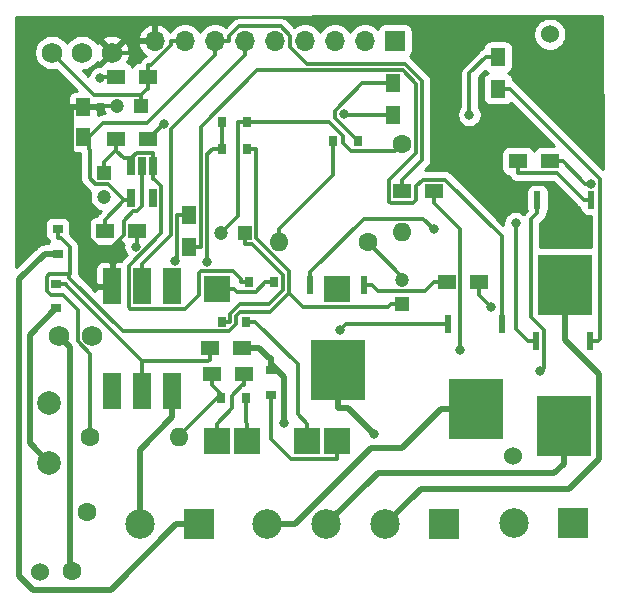
<source format=gbl>
G04 #@! TF.GenerationSoftware,KiCad,Pcbnew,5.1.6-c6e7f7d~87~ubuntu18.04.1*
G04 #@! TF.CreationDate,2020-10-13T20:33:34+05:30*
G04 #@! TF.ProjectId,BackEnd_4S_v1,4261636b-456e-4645-9f34-535f76312e6b,rev?*
G04 #@! TF.SameCoordinates,Original*
G04 #@! TF.FileFunction,Copper,L2,Bot*
G04 #@! TF.FilePolarity,Positive*
%FSLAX46Y46*%
G04 Gerber Fmt 4.6, Leading zero omitted, Abs format (unit mm)*
G04 Created by KiCad (PCBNEW 5.1.6-c6e7f7d~87~ubuntu18.04.1) date 2020-10-13 20:33:34*
%MOMM*%
%LPD*%
G01*
G04 APERTURE LIST*
G04 #@! TA.AperFunction,ComponentPad*
%ADD10R,1.200000X1.200000*%
G04 #@! TD*
G04 #@! TA.AperFunction,ComponentPad*
%ADD11C,1.200000*%
G04 #@! TD*
G04 #@! TA.AperFunction,ComponentPad*
%ADD12C,1.750000*%
G04 #@! TD*
G04 #@! TA.AperFunction,SMDPad,CuDef*
%ADD13R,1.250000X1.500000*%
G04 #@! TD*
G04 #@! TA.AperFunction,ComponentPad*
%ADD14C,1.524000*%
G04 #@! TD*
G04 #@! TA.AperFunction,SMDPad,CuDef*
%ADD15R,1.500000X1.300000*%
G04 #@! TD*
G04 #@! TA.AperFunction,ComponentPad*
%ADD16C,2.000000*%
G04 #@! TD*
G04 #@! TA.AperFunction,SMDPad,CuDef*
%ADD17R,1.600000X3.100000*%
G04 #@! TD*
G04 #@! TA.AperFunction,SMDPad,CuDef*
%ADD18R,0.650000X1.560000*%
G04 #@! TD*
G04 #@! TA.AperFunction,ComponentPad*
%ADD19R,1.700000X1.700000*%
G04 #@! TD*
G04 #@! TA.AperFunction,ComponentPad*
%ADD20O,1.700000X1.700000*%
G04 #@! TD*
G04 #@! TA.AperFunction,ComponentPad*
%ADD21C,1.600000*%
G04 #@! TD*
G04 #@! TA.AperFunction,ComponentPad*
%ADD22O,1.600000X1.600000*%
G04 #@! TD*
G04 #@! TA.AperFunction,SMDPad,CuDef*
%ADD23R,0.900000X0.800000*%
G04 #@! TD*
G04 #@! TA.AperFunction,SMDPad,CuDef*
%ADD24R,0.800000X0.900000*%
G04 #@! TD*
G04 #@! TA.AperFunction,ComponentPad*
%ADD25C,2.500000*%
G04 #@! TD*
G04 #@! TA.AperFunction,ComponentPad*
%ADD26R,2.500000X2.500000*%
G04 #@! TD*
G04 #@! TA.AperFunction,SMDPad,CuDef*
%ADD27R,0.600000X1.500000*%
G04 #@! TD*
G04 #@! TA.AperFunction,SMDPad,CuDef*
%ADD28R,4.600000X5.100000*%
G04 #@! TD*
G04 #@! TA.AperFunction,SMDPad,CuDef*
%ADD29R,1.300000X1.500000*%
G04 #@! TD*
G04 #@! TA.AperFunction,ComponentPad*
%ADD30R,2.286000X2.286000*%
G04 #@! TD*
G04 #@! TA.AperFunction,ViaPad*
%ADD31C,0.800000*%
G04 #@! TD*
G04 #@! TA.AperFunction,Conductor*
%ADD32C,0.300000*%
G04 #@! TD*
G04 #@! TA.AperFunction,Conductor*
%ADD33C,0.500000*%
G04 #@! TD*
G04 #@! TA.AperFunction,Conductor*
%ADD34C,0.254000*%
G04 #@! TD*
G04 APERTURE END LIST*
D10*
X174160000Y-55339000D03*
D11*
X174160000Y-57339000D03*
D12*
X170308000Y-69140700D03*
X173168000Y-69140700D03*
X172278000Y-45140700D03*
X169738000Y-45140700D03*
X174818000Y-45140700D03*
D13*
X172375000Y-49752900D03*
X172375000Y-52252900D03*
D14*
X208788000Y-79306400D03*
X168694000Y-89159100D03*
X211894000Y-43596600D03*
D15*
X203184000Y-64594700D03*
X205884000Y-64594700D03*
D10*
X177264000Y-49662100D03*
D11*
X175264000Y-49662100D03*
D10*
X199400000Y-66400700D03*
D11*
X199400000Y-64400700D03*
D10*
X186063000Y-60383400D03*
D11*
X184063000Y-60383400D03*
D16*
X169515000Y-79883000D03*
X169525000Y-74803000D03*
D17*
X179936000Y-73840400D03*
X174856000Y-64950400D03*
X177396000Y-73840400D03*
X177396000Y-64950400D03*
X174856000Y-73840400D03*
X179936000Y-64950400D03*
D18*
X176433000Y-54761100D03*
X177383000Y-54761100D03*
X178333000Y-54761100D03*
X178333000Y-57461100D03*
X176433000Y-57461100D03*
D19*
X198780000Y-44145200D03*
D20*
X196240000Y-44145200D03*
X193700000Y-44145200D03*
X191160000Y-44145200D03*
X188620000Y-44145200D03*
X186080000Y-44145200D03*
X183540000Y-44145200D03*
X181000000Y-44145200D03*
X178460000Y-44145200D03*
D21*
X199410000Y-52857400D03*
D22*
X199410000Y-60357400D03*
X180479000Y-77683400D03*
D21*
X172979000Y-77683400D03*
D22*
X188997000Y-61206400D03*
D21*
X196497000Y-61206400D03*
D23*
X170086000Y-64697900D03*
X170086000Y-66797900D03*
D24*
X188555000Y-64582000D03*
X186455000Y-64582000D03*
X186125000Y-74429600D03*
X184025000Y-74429600D03*
X184126000Y-51000700D03*
X186226000Y-51000700D03*
X186241000Y-53268900D03*
X184141000Y-53268900D03*
X186202000Y-67950100D03*
X184102000Y-67950100D03*
X195609000Y-52666900D03*
X193509000Y-52666900D03*
D23*
X170216000Y-62185300D03*
X170216000Y-60085300D03*
X188288000Y-72061400D03*
X188288000Y-74161400D03*
D25*
X177179000Y-85095100D03*
D26*
X182179000Y-85095100D03*
X213886000Y-85013800D03*
D25*
X208886000Y-85013800D03*
X197964000Y-85095100D03*
D26*
X202964000Y-85095100D03*
D25*
X192964000Y-85095100D03*
X187964000Y-85095100D03*
D27*
X196174000Y-64854100D03*
X191604000Y-64854100D03*
D28*
X193954000Y-72014100D03*
X213191000Y-64793400D03*
D27*
X210841000Y-57633400D03*
X215411000Y-57633400D03*
D28*
X213063000Y-76743600D03*
D27*
X210713000Y-69583600D03*
X215283000Y-69583600D03*
X207820000Y-68140800D03*
X203250000Y-68140800D03*
D28*
X205600000Y-75300800D03*
D15*
X185829000Y-70149700D03*
X183129000Y-70149700D03*
X175190000Y-47198300D03*
X177890000Y-47198300D03*
X177888000Y-52468800D03*
X175188000Y-52468800D03*
D29*
X198646000Y-47753300D03*
X198646000Y-50453300D03*
D15*
X183270000Y-72321400D03*
X185970000Y-72321400D03*
X199409000Y-56896000D03*
X202109000Y-56896000D03*
X209184000Y-54335700D03*
X211884000Y-54335700D03*
D29*
X207485000Y-48202800D03*
X207485000Y-45502800D03*
D15*
X174238000Y-60279300D03*
X176938000Y-60279300D03*
D29*
X181326000Y-61628000D03*
X181326000Y-58928000D03*
D30*
X193858000Y-65131700D03*
X183678000Y-65131700D03*
X193838000Y-78051700D03*
X191298000Y-78051700D03*
X186218000Y-78051700D03*
X183678000Y-78051700D03*
D21*
X171412000Y-89051100D03*
X172712000Y-84051100D03*
D31*
X173834600Y-47283700D03*
X182885200Y-62855200D03*
X189357600Y-76534800D03*
X196992700Y-77413900D03*
X202053300Y-60093500D03*
X211086100Y-72092100D03*
X208994900Y-59591100D03*
X194089700Y-68645900D03*
X179204600Y-51152200D03*
X194423500Y-50387500D03*
X206884300Y-66669900D03*
X204293100Y-70286900D03*
X215409400Y-56245700D03*
X205070300Y-50419400D03*
X176825900Y-61565400D03*
X180186700Y-62767500D03*
D32*
X183270000Y-72321400D02*
X183270000Y-73321700D01*
X183270000Y-73321700D02*
X183317300Y-73321700D01*
X183317300Y-73321700D02*
X184025000Y-74029400D01*
X184025000Y-74029400D02*
X180479000Y-77575400D01*
X180479000Y-77575400D02*
X180479000Y-77683400D01*
X184025000Y-74429600D02*
X184025000Y-74029400D01*
X178460000Y-44145200D02*
X177259700Y-44145200D01*
X174818000Y-45140700D02*
X176264200Y-45140700D01*
X176264200Y-45140700D02*
X177259700Y-44145200D01*
X172375000Y-49752900D02*
X171399700Y-49752900D01*
X174835000Y-61611800D02*
X173635500Y-61611800D01*
X173635500Y-61611800D02*
X171399700Y-59376000D01*
X171399700Y-59376000D02*
X171399700Y-49752900D01*
X174835000Y-61611800D02*
X174835000Y-63029100D01*
X174835000Y-63029100D02*
X174856000Y-63050100D01*
X177383000Y-54761100D02*
X177383000Y-58115500D01*
X177383000Y-58115500D02*
X176907000Y-58591500D01*
X176907000Y-58591500D02*
X176639500Y-58591500D01*
X176639500Y-58591500D02*
X175837600Y-59393400D01*
X175837600Y-59393400D02*
X175837600Y-60609200D01*
X175837600Y-60609200D02*
X174835000Y-61611800D01*
X175264000Y-49662100D02*
X173441100Y-49662100D01*
X173441100Y-49662100D02*
X173350300Y-49752900D01*
X172375000Y-49752900D02*
X173350300Y-49752900D01*
X174856000Y-64950400D02*
X174856000Y-63050100D01*
X174089700Y-47198300D02*
X174004300Y-47283700D01*
X174004300Y-47283700D02*
X173834600Y-47283700D01*
X175190000Y-47198300D02*
X174089700Y-47198300D01*
X170086000Y-64697900D02*
X170886300Y-64697900D01*
X183129000Y-70149700D02*
X183129000Y-71150000D01*
X177396000Y-71293700D02*
X182985300Y-71293700D01*
X182985300Y-71293700D02*
X183129000Y-71150000D01*
X170886300Y-64697900D02*
X170886300Y-64784000D01*
X170886300Y-64784000D02*
X177396000Y-71293700D01*
X177396000Y-71293700D02*
X177396000Y-71940100D01*
X177396000Y-73840400D02*
X177396000Y-71940100D01*
D33*
X169515000Y-79883000D02*
X167865100Y-78233100D01*
X167865100Y-78233100D02*
X167865100Y-69018800D01*
X167865100Y-69018800D02*
X170086000Y-66797900D01*
X179936000Y-73840400D02*
X179936000Y-76040700D01*
X177179000Y-85095100D02*
X177179000Y-78797700D01*
X177179000Y-78797700D02*
X179936000Y-76040700D01*
D32*
X188555000Y-64582000D02*
X187804700Y-64582000D01*
X183678000Y-65131700D02*
X185171300Y-65131700D01*
X185171300Y-65131700D02*
X185422000Y-65382400D01*
X185422000Y-65382400D02*
X187004300Y-65382400D01*
X187004300Y-65382400D02*
X187804700Y-64582000D01*
X178333000Y-54761100D02*
X178333000Y-55891400D01*
X186455000Y-64582000D02*
X185704700Y-64582000D01*
X185704700Y-64582000D02*
X185704700Y-64300600D01*
X185704700Y-64300600D02*
X185042400Y-63638300D01*
X185042400Y-63638300D02*
X182390000Y-63638300D01*
X182390000Y-63638300D02*
X182184600Y-63843700D01*
X182184600Y-63843700D02*
X182184600Y-65629200D01*
X182184600Y-65629200D02*
X180963000Y-66850800D01*
X180963000Y-66850800D02*
X176364400Y-66850800D01*
X176364400Y-66850800D02*
X176234300Y-66720700D01*
X176234300Y-66720700D02*
X176234300Y-63218400D01*
X176234300Y-63218400D02*
X179008300Y-60444400D01*
X179008300Y-60444400D02*
X179008300Y-56482200D01*
X179008300Y-56482200D02*
X178417500Y-55891400D01*
X178417500Y-55891400D02*
X178333000Y-55891400D01*
X177264000Y-48711800D02*
X173309100Y-48711800D01*
X173309100Y-48711800D02*
X169738000Y-45140700D01*
X177264000Y-48836900D02*
X177264000Y-48711800D01*
X177264000Y-49662100D02*
X177264000Y-48836900D01*
X176433000Y-54110700D02*
X176912900Y-53630800D01*
X176912900Y-53630800D02*
X178333000Y-53630800D01*
X176433000Y-54195900D02*
X176433000Y-54110700D01*
X176433000Y-54110700D02*
X175829600Y-54110700D01*
X175829600Y-54110700D02*
X175188000Y-53469100D01*
X175188000Y-52468800D02*
X175188000Y-53469100D01*
X174160000Y-55339000D02*
X174160000Y-54388700D01*
X174160000Y-54388700D02*
X175079600Y-53469100D01*
X175079600Y-53469100D02*
X175188000Y-53469100D01*
X177890000Y-47198300D02*
X177890000Y-48198600D01*
X177890000Y-48198600D02*
X177777200Y-48198600D01*
X177777200Y-48198600D02*
X177264000Y-48711800D01*
X177890000Y-46698100D02*
X177890000Y-47198300D01*
X177890000Y-46698100D02*
X177890000Y-46198000D01*
X178333000Y-54761100D02*
X178333000Y-53630800D01*
X176433000Y-54761100D02*
X176433000Y-54195900D01*
X181000000Y-44145200D02*
X179799700Y-44145200D01*
X179799700Y-44145200D02*
X179799700Y-44538400D01*
X179799700Y-44538400D02*
X178140100Y-46198000D01*
X178140100Y-46198000D02*
X177890000Y-46198000D01*
X186218000Y-78051700D02*
X186218000Y-76558400D01*
X186218000Y-76558400D02*
X186125000Y-76465400D01*
X186125000Y-76465400D02*
X186125000Y-74429600D01*
X183390700Y-53268900D02*
X182885200Y-53774400D01*
X182885200Y-53774400D02*
X182885200Y-62855200D01*
X184141000Y-53268900D02*
X183390700Y-53268900D01*
X184141000Y-52868700D02*
X184141000Y-53268900D01*
X184141000Y-52868700D02*
X184141000Y-52468600D01*
X184141000Y-52468600D02*
X184126000Y-52453600D01*
X184126000Y-52453600D02*
X184126000Y-51000700D01*
X186952300Y-67950100D02*
X190527600Y-71525400D01*
X190527600Y-71525400D02*
X190527600Y-75788000D01*
X190527600Y-75788000D02*
X191298000Y-76558400D01*
X186202000Y-67950100D02*
X186952300Y-67950100D01*
X191298000Y-78051700D02*
X191298000Y-76558400D01*
X198646000Y-47753300D02*
X195995200Y-47753300D01*
X195995200Y-47753300D02*
X193659600Y-50088900D01*
X193659600Y-50088900D02*
X193659600Y-50717500D01*
X193659600Y-50717500D02*
X195609000Y-52666900D01*
D33*
X170216000Y-62185300D02*
X169115700Y-62185300D01*
X182179000Y-85095100D02*
X180278700Y-85095100D01*
X180278700Y-85095100D02*
X174760600Y-90613200D01*
X174760600Y-90613200D02*
X168108500Y-90613200D01*
X168108500Y-90613200D02*
X166959300Y-89464000D01*
X166959300Y-89464000D02*
X166959300Y-64341700D01*
X166959300Y-64341700D02*
X169115700Y-62185300D01*
X188288000Y-71536200D02*
X189407600Y-72655800D01*
X189407600Y-72655800D02*
X189407600Y-76484800D01*
X189407600Y-76484800D02*
X189357600Y-76534800D01*
X188288000Y-71536200D02*
X188288000Y-71011100D01*
X188288000Y-72061400D02*
X188288000Y-71536200D01*
X185829000Y-70149700D02*
X187229300Y-70149700D01*
X187229300Y-70149700D02*
X188090700Y-71011100D01*
X188090700Y-71011100D02*
X188288000Y-71011100D01*
X213191000Y-64793400D02*
X213191000Y-69501400D01*
X213191000Y-69501400D02*
X216013400Y-72323800D01*
X216013400Y-72323800D02*
X216013400Y-79582400D01*
X216013400Y-79582400D02*
X213538400Y-82057400D01*
X213538400Y-82057400D02*
X201001700Y-82057400D01*
X201001700Y-82057400D02*
X197964000Y-85095100D01*
X193954000Y-72014100D02*
X193954000Y-75214400D01*
X193954000Y-75214400D02*
X194793200Y-75214400D01*
X194793200Y-75214400D02*
X196992700Y-77413900D01*
X213063000Y-79943900D02*
X212269000Y-80737900D01*
X212269000Y-80737900D02*
X197321200Y-80737900D01*
X197321200Y-80737900D02*
X192964000Y-85095100D01*
X213063000Y-76743600D02*
X213063000Y-79943900D01*
X205600000Y-75300800D02*
X202649700Y-75300800D01*
X187964000Y-85095100D02*
X190276500Y-85095100D01*
X190276500Y-85095100D02*
X196788100Y-78583500D01*
X196788100Y-78583500D02*
X199367000Y-78583500D01*
X199367000Y-78583500D02*
X202649700Y-75300800D01*
D32*
X203184000Y-64594700D02*
X202083700Y-64594700D01*
X196174000Y-64854100D02*
X196824300Y-64854100D01*
X196824300Y-64854100D02*
X197332000Y-65361800D01*
X197332000Y-65361800D02*
X201316600Y-65361800D01*
X201316600Y-65361800D02*
X202083700Y-64594700D01*
X191604000Y-64854100D02*
X191604000Y-63753800D01*
X191604000Y-63753800D02*
X196150800Y-59207000D01*
X196150800Y-59207000D02*
X201166800Y-59207000D01*
X201166800Y-59207000D02*
X202053300Y-60093500D01*
X210841000Y-57633400D02*
X210841000Y-58733700D01*
X210841000Y-58733700D02*
X210312900Y-59261800D01*
X210312900Y-59261800D02*
X210312900Y-67543500D01*
X210312900Y-67543500D02*
X211363400Y-68594000D01*
X211363400Y-68594000D02*
X211363400Y-71814800D01*
X211363400Y-71814800D02*
X211086100Y-72092100D01*
X215411000Y-57633400D02*
X214760700Y-57633400D01*
X209184000Y-54335700D02*
X209184000Y-55336000D01*
X214760700Y-57633400D02*
X212463300Y-55336000D01*
X212463300Y-55336000D02*
X209184000Y-55336000D01*
X210713000Y-69583600D02*
X210062700Y-69583600D01*
X210062700Y-69583600D02*
X208994900Y-68515800D01*
X208994900Y-68515800D02*
X208994900Y-59591100D01*
X215933300Y-69583600D02*
X216160600Y-69356300D01*
X216160600Y-69356300D02*
X216160600Y-55878100D01*
X216160600Y-55878100D02*
X208485300Y-48202800D01*
X207485000Y-48202800D02*
X208485300Y-48202800D01*
X215283000Y-69583600D02*
X215933300Y-69583600D01*
X181326000Y-61628000D02*
X182326300Y-61628000D01*
X207820000Y-68140800D02*
X207820000Y-60685300D01*
X207820000Y-60685300D02*
X203030300Y-55895600D01*
X203030300Y-55895600D02*
X201155000Y-55895600D01*
X201155000Y-55895600D02*
X200576300Y-56474300D01*
X200576300Y-56474300D02*
X200576300Y-57629800D01*
X200576300Y-57629800D02*
X200309700Y-57896400D01*
X200309700Y-57896400D02*
X198433600Y-57896400D01*
X198433600Y-57896400D02*
X198308600Y-57771400D01*
X198308600Y-57771400D02*
X198308600Y-55953500D01*
X198308600Y-55953500D02*
X200576500Y-53685600D01*
X200576500Y-53685600D02*
X200576500Y-47788100D01*
X200576500Y-47788100D02*
X199441300Y-46652900D01*
X199441300Y-46652900D02*
X187127900Y-46652900D01*
X187127900Y-46652900D02*
X182326300Y-51454500D01*
X182326300Y-51454500D02*
X182326300Y-61628000D01*
X203250000Y-68140800D02*
X194594800Y-68140800D01*
X194594800Y-68140800D02*
X194089700Y-68645900D01*
X199409000Y-55895700D02*
X201076800Y-54227900D01*
X201076800Y-54227900D02*
X201076800Y-47580900D01*
X201076800Y-47580900D02*
X199598700Y-46102800D01*
X199598700Y-46102800D02*
X191335400Y-46102800D01*
X191335400Y-46102800D02*
X189890000Y-44657400D01*
X189890000Y-44657400D02*
X189890000Y-43705800D01*
X189890000Y-43705800D02*
X189100600Y-42916400D01*
X189100600Y-42916400D02*
X185596000Y-42916400D01*
X185596000Y-42916400D02*
X184740300Y-43772100D01*
X184740300Y-43772100D02*
X184740300Y-44145200D01*
X183540000Y-44145200D02*
X184740300Y-44145200D01*
X199409000Y-56896000D02*
X199409000Y-55895700D01*
X172862700Y-52252900D02*
X174034400Y-51081200D01*
X174034400Y-51081200D02*
X177804300Y-51081200D01*
X177804300Y-51081200D02*
X183540000Y-45345500D01*
X172862700Y-52252900D02*
X172862700Y-53321900D01*
X172862700Y-53321900D02*
X172924700Y-53383900D01*
X172924700Y-53383900D02*
X172924700Y-55799100D01*
X172924700Y-55799100D02*
X173415000Y-56289400D01*
X173415000Y-56289400D02*
X174470500Y-56289400D01*
X174470500Y-56289400D02*
X175849100Y-57667900D01*
X183540000Y-44145200D02*
X183540000Y-45345500D01*
X175849100Y-57667900D02*
X175924400Y-57592600D01*
X175924400Y-57592600D02*
X176301500Y-57592600D01*
X176301500Y-57592600D02*
X176433000Y-57461100D01*
X174238000Y-59279000D02*
X175849100Y-57667900D01*
X172375000Y-52252900D02*
X172862700Y-52252900D01*
X174238000Y-60279300D02*
X174238000Y-59279000D01*
X177888000Y-52468800D02*
X179204600Y-51152200D01*
X198646000Y-50453300D02*
X194489300Y-50453300D01*
X194489300Y-50453300D02*
X194423500Y-50387500D01*
X185970000Y-72321400D02*
X185970000Y-73321700D01*
X183678000Y-78051700D02*
X183678000Y-76558400D01*
X183678000Y-76558400D02*
X184969700Y-75266700D01*
X184969700Y-75266700D02*
X184969700Y-74196800D01*
X184969700Y-74196800D02*
X185844800Y-73321700D01*
X185844800Y-73321700D02*
X185970000Y-73321700D01*
X205884000Y-65595000D02*
X205884000Y-65669600D01*
X205884000Y-65669600D02*
X206884300Y-66669900D01*
X205884000Y-64594700D02*
X205884000Y-65595000D01*
X202109000Y-56896000D02*
X202109000Y-57896300D01*
X202109000Y-57896300D02*
X204293100Y-60080400D01*
X204293100Y-60080400D02*
X204293100Y-70286900D01*
X212984300Y-54335700D02*
X214894300Y-56245700D01*
X214894300Y-56245700D02*
X215409400Y-56245700D01*
X211884000Y-54335700D02*
X212984300Y-54335700D01*
X206484700Y-45502800D02*
X205070300Y-46917200D01*
X205070300Y-46917200D02*
X205070300Y-50419400D01*
X207485000Y-45502800D02*
X206484700Y-45502800D01*
X176938000Y-60279300D02*
X176938000Y-61279600D01*
X176938000Y-61279600D02*
X176825900Y-61391700D01*
X176825900Y-61391700D02*
X176825900Y-61565400D01*
X181326000Y-58928000D02*
X180325700Y-58928000D01*
X180325700Y-58928000D02*
X180325700Y-62628500D01*
X180325700Y-62628500D02*
X180186700Y-62767500D01*
D33*
X170308000Y-69140700D02*
X170308000Y-69145300D01*
X170308000Y-69145300D02*
X171234600Y-70071900D01*
X171234600Y-70071900D02*
X171234600Y-88873700D01*
X171234600Y-88873700D02*
X171412000Y-89051100D01*
D32*
X186080000Y-45345500D02*
X179816600Y-51608900D01*
X179816600Y-51608900D02*
X179816600Y-60629500D01*
X179816600Y-60629500D02*
X177396000Y-63050100D01*
X177396000Y-64950400D02*
X177396000Y-63050100D01*
X186080000Y-44145200D02*
X186080000Y-45345500D01*
X188997000Y-61206400D02*
X188997000Y-60056100D01*
X188997000Y-60056100D02*
X193509000Y-55544100D01*
X193509000Y-55544100D02*
X193509000Y-52666900D01*
X186226000Y-51000700D02*
X185475700Y-51000700D01*
X185475700Y-51000700D02*
X185475700Y-58970700D01*
X185475700Y-58970700D02*
X184063000Y-60383400D01*
X186601200Y-51000700D02*
X186226000Y-51000700D01*
X186601200Y-51000700D02*
X186976300Y-51000700D01*
X199410000Y-52857400D02*
X198797300Y-53470100D01*
X198797300Y-53470100D02*
X195033400Y-53470100D01*
X195033400Y-53470100D02*
X194358400Y-52795100D01*
X194358400Y-52795100D02*
X194358400Y-52166600D01*
X194358400Y-52166600D02*
X193192500Y-51000700D01*
X193192500Y-51000700D02*
X186976300Y-51000700D01*
X189815500Y-65486400D02*
X189815500Y-63654900D01*
X189815500Y-63654900D02*
X187013300Y-60852700D01*
X187013300Y-60852700D02*
X187013300Y-53290900D01*
X187013300Y-53290900D02*
X186991300Y-53268900D01*
X171206300Y-63918300D02*
X171206300Y-64207300D01*
X171206300Y-64207300D02*
X175756300Y-68757300D01*
X175756300Y-68757300D02*
X184752800Y-68757300D01*
X184752800Y-68757300D02*
X185352600Y-68157500D01*
X185352600Y-68157500D02*
X185352600Y-67449800D01*
X185352600Y-67449800D02*
X185698300Y-67104100D01*
X185698300Y-67104100D02*
X188197800Y-67104100D01*
X188197800Y-67104100D02*
X189815500Y-65486400D01*
X198449700Y-66400700D02*
X198172800Y-66677600D01*
X198172800Y-66677600D02*
X191006700Y-66677600D01*
X191006700Y-66677600D02*
X189815500Y-65486400D01*
X171206300Y-63918300D02*
X169511000Y-63918300D01*
X169511000Y-63918300D02*
X169285600Y-64143700D01*
X169285600Y-64143700D02*
X169285600Y-65304400D01*
X169285600Y-65304400D02*
X169679000Y-65697800D01*
X169679000Y-65697800D02*
X170672900Y-65697800D01*
X170672900Y-65697800D02*
X171900300Y-66925200D01*
X171900300Y-66925200D02*
X171900300Y-69605800D01*
X171900300Y-69605800D02*
X172979000Y-70684500D01*
X172979000Y-70684500D02*
X172979000Y-77683400D01*
X170216000Y-60835600D02*
X170497400Y-60835600D01*
X170497400Y-60835600D02*
X171229500Y-61567700D01*
X171229500Y-61567700D02*
X171229500Y-63895100D01*
X171229500Y-63895100D02*
X171206300Y-63918300D01*
X186241000Y-53268900D02*
X186991300Y-53268900D01*
X199400000Y-66400700D02*
X198449700Y-66400700D01*
X170216000Y-60085300D02*
X170216000Y-60835600D01*
X193838000Y-78051700D02*
X193838000Y-79545000D01*
X193838000Y-79545000D02*
X189940700Y-79545000D01*
X189940700Y-79545000D02*
X188288000Y-77892300D01*
X188288000Y-77892300D02*
X188288000Y-74161400D01*
X196497000Y-61206400D02*
X199400000Y-64109400D01*
X199400000Y-64109400D02*
X199400000Y-64400700D01*
X186063000Y-61333700D02*
X186652100Y-61333700D01*
X186652100Y-61333700D02*
X189305300Y-63986900D01*
X189305300Y-63986900D02*
X189305300Y-65228900D01*
X189305300Y-65228900D02*
X188107500Y-66426700D01*
X188107500Y-66426700D02*
X185668200Y-66426700D01*
X185668200Y-66426700D02*
X184852300Y-67242600D01*
X184852300Y-67242600D02*
X184852300Y-67950100D01*
X186063000Y-60383400D02*
X186063000Y-61333700D01*
X184102000Y-67950100D02*
X184852300Y-67950100D01*
D34*
G36*
X216366623Y-54973965D02*
G01*
X209067647Y-47674990D01*
X209043064Y-47645036D01*
X208923533Y-47546938D01*
X208787160Y-47474046D01*
X208773072Y-47469772D01*
X208773072Y-47452800D01*
X208760812Y-47328318D01*
X208724502Y-47208620D01*
X208665537Y-47098306D01*
X208586185Y-47001615D01*
X208489494Y-46922263D01*
X208379180Y-46863298D01*
X208344573Y-46852800D01*
X208379180Y-46842302D01*
X208489494Y-46783337D01*
X208586185Y-46703985D01*
X208665537Y-46607294D01*
X208724502Y-46496980D01*
X208760812Y-46377282D01*
X208773072Y-46252800D01*
X208773072Y-44752800D01*
X208760812Y-44628318D01*
X208724502Y-44508620D01*
X208665537Y-44398306D01*
X208586185Y-44301615D01*
X208489494Y-44222263D01*
X208379180Y-44163298D01*
X208259482Y-44126988D01*
X208135000Y-44114728D01*
X206835000Y-44114728D01*
X206710518Y-44126988D01*
X206590820Y-44163298D01*
X206480506Y-44222263D01*
X206383815Y-44301615D01*
X206304463Y-44398306D01*
X206245498Y-44508620D01*
X206209188Y-44628318D01*
X206196928Y-44752800D01*
X206196928Y-44769772D01*
X206182840Y-44774046D01*
X206046467Y-44846938D01*
X205926936Y-44945036D01*
X205902353Y-44974990D01*
X204542490Y-46334853D01*
X204512536Y-46359436D01*
X204414438Y-46478968D01*
X204341546Y-46615341D01*
X204296659Y-46763314D01*
X204285300Y-46878640D01*
X204285300Y-46878647D01*
X204281503Y-46917200D01*
X204285300Y-46955753D01*
X204285301Y-49740688D01*
X204266363Y-49759626D01*
X204153095Y-49929144D01*
X204075074Y-50117502D01*
X204035300Y-50317461D01*
X204035300Y-50521339D01*
X204075074Y-50721298D01*
X204153095Y-50909656D01*
X204266363Y-51079174D01*
X204410526Y-51223337D01*
X204580044Y-51336605D01*
X204768402Y-51414626D01*
X204968361Y-51454400D01*
X205172239Y-51454400D01*
X205372198Y-51414626D01*
X205560556Y-51336605D01*
X205730074Y-51223337D01*
X205874237Y-51079174D01*
X205987505Y-50909656D01*
X206065526Y-50721298D01*
X206105300Y-50521339D01*
X206105300Y-50317461D01*
X206065526Y-50117502D01*
X205987505Y-49929144D01*
X205874237Y-49759626D01*
X205855300Y-49740689D01*
X205855300Y-47242357D01*
X206389229Y-46708428D01*
X206480506Y-46783337D01*
X206590820Y-46842302D01*
X206625427Y-46852800D01*
X206590820Y-46863298D01*
X206480506Y-46922263D01*
X206383815Y-47001615D01*
X206304463Y-47098306D01*
X206245498Y-47208620D01*
X206209188Y-47328318D01*
X206196928Y-47452800D01*
X206196928Y-48952800D01*
X206209188Y-49077282D01*
X206245498Y-49196980D01*
X206304463Y-49307294D01*
X206383815Y-49403985D01*
X206480506Y-49483337D01*
X206590820Y-49542302D01*
X206710518Y-49578612D01*
X206835000Y-49590872D01*
X208135000Y-49590872D01*
X208259482Y-49578612D01*
X208379180Y-49542302D01*
X208489494Y-49483337D01*
X208580771Y-49408428D01*
X212219970Y-53047628D01*
X211134000Y-53047628D01*
X211009518Y-53059888D01*
X210889820Y-53096198D01*
X210779506Y-53155163D01*
X210682815Y-53234515D01*
X210603463Y-53331206D01*
X210544498Y-53441520D01*
X210534000Y-53476127D01*
X210523502Y-53441520D01*
X210464537Y-53331206D01*
X210385185Y-53234515D01*
X210288494Y-53155163D01*
X210178180Y-53096198D01*
X210058482Y-53059888D01*
X209934000Y-53047628D01*
X208434000Y-53047628D01*
X208309518Y-53059888D01*
X208189820Y-53096198D01*
X208079506Y-53155163D01*
X207982815Y-53234515D01*
X207903463Y-53331206D01*
X207844498Y-53441520D01*
X207808188Y-53561218D01*
X207795928Y-53685700D01*
X207795928Y-54985700D01*
X207808188Y-55110182D01*
X207844498Y-55229880D01*
X207903463Y-55340194D01*
X207982815Y-55436885D01*
X208079506Y-55516237D01*
X208189820Y-55575202D01*
X208309518Y-55611512D01*
X208434000Y-55623772D01*
X208450972Y-55623772D01*
X208455246Y-55637860D01*
X208528138Y-55774233D01*
X208626236Y-55893764D01*
X208745767Y-55991862D01*
X208882140Y-56064754D01*
X209030113Y-56109641D01*
X209145439Y-56121000D01*
X209145440Y-56121000D01*
X209184000Y-56124798D01*
X209222561Y-56121000D01*
X212138143Y-56121000D01*
X214178358Y-58161216D01*
X214202936Y-58191164D01*
X214232884Y-58215742D01*
X214232887Y-58215745D01*
X214262259Y-58239850D01*
X214322467Y-58289262D01*
X214458840Y-58362154D01*
X214472928Y-58366428D01*
X214472928Y-58383400D01*
X214485188Y-58507882D01*
X214521498Y-58627580D01*
X214580463Y-58737894D01*
X214659815Y-58834585D01*
X214756506Y-58913937D01*
X214866820Y-58972902D01*
X214986518Y-59009212D01*
X215111000Y-59021472D01*
X215375601Y-59021472D01*
X215375601Y-61605328D01*
X211097900Y-61605328D01*
X211097900Y-59586957D01*
X211368815Y-59316043D01*
X211398764Y-59291464D01*
X211430444Y-59252863D01*
X211454755Y-59223240D01*
X211496862Y-59171933D01*
X211569754Y-59035560D01*
X211587475Y-58977141D01*
X211614641Y-58887588D01*
X211619252Y-58840768D01*
X211623636Y-58796262D01*
X211671537Y-58737894D01*
X211730502Y-58627580D01*
X211766812Y-58507882D01*
X211779072Y-58383400D01*
X211779072Y-56883400D01*
X211766812Y-56758918D01*
X211730502Y-56639220D01*
X211671537Y-56528906D01*
X211592185Y-56432215D01*
X211495494Y-56352863D01*
X211385180Y-56293898D01*
X211265482Y-56257588D01*
X211141000Y-56245328D01*
X210541000Y-56245328D01*
X210416518Y-56257588D01*
X210296820Y-56293898D01*
X210186506Y-56352863D01*
X210089815Y-56432215D01*
X210010463Y-56528906D01*
X209951498Y-56639220D01*
X209915188Y-56758918D01*
X209902928Y-56883400D01*
X209902928Y-58383400D01*
X209915188Y-58507882D01*
X209924841Y-58539702D01*
X209785089Y-58679454D01*
X209755136Y-58704036D01*
X209672382Y-58804871D01*
X209654674Y-58787163D01*
X209485156Y-58673895D01*
X209296798Y-58595874D01*
X209096839Y-58556100D01*
X208892961Y-58556100D01*
X208693002Y-58595874D01*
X208504644Y-58673895D01*
X208335126Y-58787163D01*
X208190963Y-58931326D01*
X208077695Y-59100844D01*
X207999674Y-59289202D01*
X207959900Y-59489161D01*
X207959900Y-59693039D01*
X207965364Y-59720507D01*
X203612647Y-55367790D01*
X203588064Y-55337836D01*
X203468533Y-55239738D01*
X203332160Y-55166846D01*
X203184187Y-55121959D01*
X203068861Y-55110600D01*
X203068853Y-55110600D01*
X203030300Y-55106803D01*
X202991747Y-55110600D01*
X201304258Y-55110600D01*
X201604617Y-54810241D01*
X201634564Y-54785664D01*
X201660827Y-54753664D01*
X201686370Y-54722539D01*
X201732662Y-54666133D01*
X201805554Y-54529760D01*
X201850441Y-54381787D01*
X201861800Y-54266461D01*
X201861800Y-54266454D01*
X201865597Y-54227901D01*
X201861800Y-54189348D01*
X201861800Y-47619452D01*
X201865597Y-47580899D01*
X201861800Y-47542346D01*
X201861800Y-47542339D01*
X201850441Y-47427013D01*
X201805554Y-47279040D01*
X201732662Y-47142667D01*
X201673916Y-47071086D01*
X201659145Y-47053087D01*
X201659142Y-47053084D01*
X201634564Y-47023136D01*
X201604616Y-46998558D01*
X200181047Y-45574990D01*
X200156464Y-45545036D01*
X200058722Y-45464820D01*
X200081185Y-45446385D01*
X200160537Y-45349694D01*
X200219502Y-45239380D01*
X200255812Y-45119682D01*
X200268072Y-44995200D01*
X200268072Y-43459008D01*
X210497000Y-43459008D01*
X210497000Y-43734192D01*
X210550686Y-44004090D01*
X210655995Y-44258327D01*
X210808880Y-44487135D01*
X211003465Y-44681720D01*
X211232273Y-44834605D01*
X211486510Y-44939914D01*
X211756408Y-44993600D01*
X212031592Y-44993600D01*
X212301490Y-44939914D01*
X212555727Y-44834605D01*
X212784535Y-44681720D01*
X212979120Y-44487135D01*
X213132005Y-44258327D01*
X213237314Y-44004090D01*
X213291000Y-43734192D01*
X213291000Y-43459008D01*
X213237314Y-43189110D01*
X213132005Y-42934873D01*
X212979120Y-42706065D01*
X212784535Y-42511480D01*
X212555727Y-42358595D01*
X212301490Y-42253286D01*
X212031592Y-42199600D01*
X211756408Y-42199600D01*
X211486510Y-42253286D01*
X211232273Y-42358595D01*
X211003465Y-42511480D01*
X210808880Y-42706065D01*
X210655995Y-42934873D01*
X210550686Y-43189110D01*
X210497000Y-43459008D01*
X200268072Y-43459008D01*
X200268072Y-43295200D01*
X200255812Y-43170718D01*
X200219502Y-43051020D01*
X200160537Y-42940706D01*
X200081185Y-42844015D01*
X199984494Y-42764663D01*
X199874180Y-42705698D01*
X199754482Y-42669388D01*
X199630000Y-42657128D01*
X197930000Y-42657128D01*
X197805518Y-42669388D01*
X197685820Y-42705698D01*
X197575506Y-42764663D01*
X197478815Y-42844015D01*
X197399463Y-42940706D01*
X197340498Y-43051020D01*
X197318487Y-43123580D01*
X197186632Y-42991725D01*
X196943411Y-42829210D01*
X196673158Y-42717268D01*
X196386260Y-42660200D01*
X196093740Y-42660200D01*
X195806842Y-42717268D01*
X195536589Y-42829210D01*
X195293368Y-42991725D01*
X195086525Y-43198568D01*
X194970000Y-43372960D01*
X194853475Y-43198568D01*
X194646632Y-42991725D01*
X194403411Y-42829210D01*
X194133158Y-42717268D01*
X193846260Y-42660200D01*
X193553740Y-42660200D01*
X193266842Y-42717268D01*
X192996589Y-42829210D01*
X192753368Y-42991725D01*
X192546525Y-43198568D01*
X192430000Y-43372960D01*
X192313475Y-43198568D01*
X192106632Y-42991725D01*
X191863411Y-42829210D01*
X191593158Y-42717268D01*
X191306260Y-42660200D01*
X191013740Y-42660200D01*
X190726842Y-42717268D01*
X190456589Y-42829210D01*
X190256957Y-42962600D01*
X189682947Y-42388589D01*
X189658364Y-42358636D01*
X189538833Y-42260538D01*
X189402460Y-42187646D01*
X189254487Y-42142759D01*
X189139161Y-42131400D01*
X189139153Y-42131400D01*
X189100600Y-42127603D01*
X189062047Y-42131400D01*
X185634556Y-42131400D01*
X185596000Y-42127603D01*
X185557444Y-42131400D01*
X185557439Y-42131400D01*
X185517026Y-42135380D01*
X185442113Y-42142758D01*
X185294140Y-42187646D01*
X185157767Y-42260538D01*
X185038236Y-42358636D01*
X185013653Y-42388590D01*
X184441005Y-42961238D01*
X184243411Y-42829210D01*
X183973158Y-42717268D01*
X183686260Y-42660200D01*
X183393740Y-42660200D01*
X183106842Y-42717268D01*
X182836589Y-42829210D01*
X182593368Y-42991725D01*
X182386525Y-43198568D01*
X182270000Y-43372960D01*
X182153475Y-43198568D01*
X181946632Y-42991725D01*
X181703411Y-42829210D01*
X181433158Y-42717268D01*
X181146260Y-42660200D01*
X180853740Y-42660200D01*
X180566842Y-42717268D01*
X180296589Y-42829210D01*
X180053368Y-42991725D01*
X179846525Y-43198568D01*
X179736933Y-43362584D01*
X179715265Y-43364718D01*
X179655178Y-43263845D01*
X179460269Y-43047612D01*
X179226920Y-42873559D01*
X178964099Y-42748375D01*
X178816890Y-42703724D01*
X178587000Y-42825045D01*
X178587000Y-44018200D01*
X178607000Y-44018200D01*
X178607000Y-44272200D01*
X178587000Y-44272200D01*
X178587000Y-44292200D01*
X178333000Y-44292200D01*
X178333000Y-44272200D01*
X177139186Y-44272200D01*
X177018519Y-44502091D01*
X177115843Y-44776452D01*
X177264822Y-45026555D01*
X177459731Y-45242788D01*
X177693080Y-45416841D01*
X177719466Y-45429409D01*
X177588140Y-45469246D01*
X177451767Y-45542138D01*
X177332236Y-45640236D01*
X177234138Y-45759767D01*
X177161246Y-45896140D01*
X177156972Y-45910228D01*
X177140000Y-45910228D01*
X177015518Y-45922488D01*
X176895820Y-45958798D01*
X176785506Y-46017763D01*
X176688815Y-46097115D01*
X176609463Y-46193806D01*
X176550498Y-46304120D01*
X176540000Y-46338727D01*
X176529502Y-46304120D01*
X176470537Y-46193806D01*
X176391185Y-46097115D01*
X176294494Y-46017763D01*
X176184180Y-45958798D01*
X176097595Y-45932533D01*
X176115868Y-45926675D01*
X176244267Y-45658371D01*
X176317855Y-45370174D01*
X176333804Y-45073157D01*
X176291501Y-44778737D01*
X176192572Y-44498226D01*
X176115868Y-44354725D01*
X175864240Y-44274065D01*
X174997605Y-45140700D01*
X175011748Y-45154843D01*
X174832143Y-45334448D01*
X174818000Y-45320305D01*
X174160774Y-45977531D01*
X174085506Y-46017763D01*
X173988815Y-46097115D01*
X173909463Y-46193806D01*
X173880121Y-46248700D01*
X173732661Y-46248700D01*
X173532702Y-46288474D01*
X173344344Y-46366495D01*
X173174826Y-46479763D01*
X173030663Y-46623926D01*
X172917395Y-46793444D01*
X172839374Y-46981802D01*
X172814469Y-47107011D01*
X172358158Y-46650700D01*
X172426722Y-46650700D01*
X172718451Y-46592671D01*
X172993253Y-46478844D01*
X173240569Y-46313593D01*
X173450893Y-46103269D01*
X173560288Y-45939547D01*
X173771760Y-46007335D01*
X174638395Y-45140700D01*
X173771760Y-44274065D01*
X173560288Y-44341853D01*
X173450893Y-44178131D01*
X173367222Y-44094460D01*
X173951365Y-44094460D01*
X174818000Y-44961095D01*
X175684635Y-44094460D01*
X175603975Y-43842832D01*
X175490044Y-43788309D01*
X177018519Y-43788309D01*
X177139186Y-44018200D01*
X178333000Y-44018200D01*
X178333000Y-42825045D01*
X178103110Y-42703724D01*
X177955901Y-42748375D01*
X177693080Y-42873559D01*
X177459731Y-43047612D01*
X177264822Y-43263845D01*
X177115843Y-43513948D01*
X177018519Y-43788309D01*
X175490044Y-43788309D01*
X175335671Y-43714433D01*
X175047474Y-43640845D01*
X174750457Y-43624896D01*
X174456037Y-43667199D01*
X174175526Y-43766128D01*
X174032025Y-43842832D01*
X173951365Y-44094460D01*
X173367222Y-44094460D01*
X173240569Y-43967807D01*
X172993253Y-43802556D01*
X172718451Y-43688729D01*
X172426722Y-43630700D01*
X172129278Y-43630700D01*
X171837549Y-43688729D01*
X171562747Y-43802556D01*
X171315431Y-43967807D01*
X171105107Y-44178131D01*
X171008000Y-44323462D01*
X170910893Y-44178131D01*
X170700569Y-43967807D01*
X170453253Y-43802556D01*
X170178451Y-43688729D01*
X169886722Y-43630700D01*
X169589278Y-43630700D01*
X169297549Y-43688729D01*
X169022747Y-43802556D01*
X168775431Y-43967807D01*
X168565107Y-44178131D01*
X168399856Y-44425447D01*
X168286029Y-44700249D01*
X168228000Y-44991978D01*
X168228000Y-45289422D01*
X168286029Y-45581151D01*
X168399856Y-45855953D01*
X168565107Y-46103269D01*
X168775431Y-46313593D01*
X169022747Y-46478844D01*
X169297549Y-46592671D01*
X169589278Y-46650700D01*
X169886722Y-46650700D01*
X170096179Y-46609036D01*
X171852902Y-48365760D01*
X171750000Y-48364828D01*
X171625518Y-48377088D01*
X171505820Y-48413398D01*
X171395506Y-48472363D01*
X171298815Y-48551715D01*
X171219463Y-48648406D01*
X171160498Y-48758720D01*
X171124188Y-48878418D01*
X171111928Y-49002900D01*
X171115000Y-49467150D01*
X171273750Y-49625900D01*
X172248000Y-49625900D01*
X172248000Y-49605900D01*
X172502000Y-49605900D01*
X172502000Y-49625900D01*
X173476250Y-49625900D01*
X173605350Y-49496800D01*
X174034144Y-49496800D01*
X174034000Y-49497413D01*
X174025505Y-49740538D01*
X174064605Y-49980649D01*
X174149798Y-50208518D01*
X174190652Y-50284952D01*
X174243813Y-50296200D01*
X174072952Y-50296200D01*
X174034399Y-50292403D01*
X173995846Y-50296200D01*
X173995839Y-50296200D01*
X173880513Y-50307559D01*
X173732540Y-50352446D01*
X173637413Y-50403292D01*
X173635000Y-50038650D01*
X173476250Y-49879900D01*
X172502000Y-49879900D01*
X172502000Y-49899900D01*
X172248000Y-49899900D01*
X172248000Y-49879900D01*
X171273750Y-49879900D01*
X171115000Y-50038650D01*
X171111928Y-50502900D01*
X171124188Y-50627382D01*
X171160498Y-50747080D01*
X171219463Y-50857394D01*
X171298815Y-50954085D01*
X171358296Y-51002900D01*
X171298815Y-51051715D01*
X171219463Y-51148406D01*
X171160498Y-51258720D01*
X171124188Y-51378418D01*
X171111928Y-51502900D01*
X171111928Y-53002900D01*
X171124188Y-53127382D01*
X171160498Y-53247080D01*
X171219463Y-53357394D01*
X171298815Y-53454085D01*
X171395506Y-53533437D01*
X171505820Y-53592402D01*
X171625518Y-53628712D01*
X171750000Y-53640972D01*
X172139700Y-53640972D01*
X172139701Y-55760537D01*
X172135903Y-55799100D01*
X172151059Y-55952986D01*
X172195946Y-56100959D01*
X172210292Y-56127798D01*
X172268839Y-56237333D01*
X172297991Y-56272854D01*
X172342355Y-56326912D01*
X172342359Y-56326916D01*
X172366937Y-56356864D01*
X172396885Y-56381442D01*
X172832653Y-56817210D01*
X172857236Y-56847164D01*
X172976767Y-56945262D01*
X172984602Y-56949450D01*
X172972460Y-56978764D01*
X172925000Y-57217363D01*
X172925000Y-57460637D01*
X172972460Y-57699236D01*
X173065557Y-57923992D01*
X173200713Y-58126267D01*
X173372733Y-58298287D01*
X173575008Y-58433443D01*
X173799764Y-58526540D01*
X173866941Y-58539902D01*
X173710185Y-58696658D01*
X173680237Y-58721236D01*
X173655659Y-58751184D01*
X173655655Y-58751188D01*
X173626131Y-58787163D01*
X173582139Y-58840767D01*
X173557113Y-58887588D01*
X173509246Y-58977141D01*
X173504973Y-58991228D01*
X173488000Y-58991228D01*
X173363518Y-59003488D01*
X173243820Y-59039798D01*
X173133506Y-59098763D01*
X173036815Y-59178115D01*
X172957463Y-59274806D01*
X172898498Y-59385120D01*
X172862188Y-59504818D01*
X172849928Y-59629300D01*
X172849928Y-60929300D01*
X172862188Y-61053782D01*
X172898498Y-61173480D01*
X172957463Y-61283794D01*
X173036815Y-61380485D01*
X173133506Y-61459837D01*
X173243820Y-61518802D01*
X173363518Y-61555112D01*
X173488000Y-61567372D01*
X174988000Y-61567372D01*
X175112482Y-61555112D01*
X175232180Y-61518802D01*
X175342494Y-61459837D01*
X175439185Y-61380485D01*
X175518537Y-61283794D01*
X175577502Y-61173480D01*
X175588000Y-61138873D01*
X175598498Y-61173480D01*
X175657463Y-61283794D01*
X175736815Y-61380485D01*
X175797499Y-61430287D01*
X175790900Y-61463461D01*
X175790900Y-61667339D01*
X175830674Y-61867298D01*
X175908695Y-62055656D01*
X176021963Y-62225174D01*
X176069666Y-62272877D01*
X175706485Y-62636058D01*
X175676537Y-62660636D01*
X175651959Y-62690584D01*
X175651955Y-62690588D01*
X175636203Y-62709782D01*
X175592769Y-62762706D01*
X175141750Y-62765400D01*
X174983000Y-62924150D01*
X174983000Y-64823400D01*
X175003000Y-64823400D01*
X175003000Y-65077400D01*
X174983000Y-65077400D01*
X174983000Y-65097400D01*
X174729000Y-65097400D01*
X174729000Y-65077400D01*
X173579750Y-65077400D01*
X173421000Y-65236150D01*
X173420817Y-65311660D01*
X172017038Y-63907881D01*
X172018297Y-63895100D01*
X172014500Y-63856544D01*
X172014500Y-63400400D01*
X173417928Y-63400400D01*
X173421000Y-64664650D01*
X173579750Y-64823400D01*
X174729000Y-64823400D01*
X174729000Y-62924150D01*
X174570250Y-62765400D01*
X174056000Y-62762328D01*
X173931518Y-62774588D01*
X173811820Y-62810898D01*
X173701506Y-62869863D01*
X173604815Y-62949215D01*
X173525463Y-63045906D01*
X173466498Y-63156220D01*
X173430188Y-63275918D01*
X173417928Y-63400400D01*
X172014500Y-63400400D01*
X172014500Y-61606256D01*
X172018297Y-61567700D01*
X172014500Y-61529140D01*
X172014500Y-61529139D01*
X172008031Y-61463461D01*
X172003142Y-61413813D01*
X171958254Y-61265840D01*
X171947094Y-61244961D01*
X171885362Y-61129467D01*
X171787264Y-61009936D01*
X171757311Y-60985354D01*
X171299875Y-60527918D01*
X171304072Y-60485300D01*
X171304072Y-59685300D01*
X171291812Y-59560818D01*
X171255502Y-59441120D01*
X171196537Y-59330806D01*
X171117185Y-59234115D01*
X171020494Y-59154763D01*
X170910180Y-59095798D01*
X170790482Y-59059488D01*
X170666000Y-59047228D01*
X169766000Y-59047228D01*
X169641518Y-59059488D01*
X169521820Y-59095798D01*
X169411506Y-59154763D01*
X169314815Y-59234115D01*
X169235463Y-59330806D01*
X169176498Y-59441120D01*
X169140188Y-59560818D01*
X169127928Y-59685300D01*
X169127928Y-60485300D01*
X169140188Y-60609782D01*
X169176498Y-60729480D01*
X169235463Y-60839794D01*
X169314815Y-60936485D01*
X169411506Y-61015837D01*
X169457870Y-61040619D01*
X169487246Y-61137460D01*
X169519182Y-61197208D01*
X169411506Y-61254763D01*
X169356019Y-61300300D01*
X169159165Y-61300300D01*
X169115699Y-61296019D01*
X169072233Y-61300300D01*
X169072223Y-61300300D01*
X168942210Y-61313105D01*
X168775387Y-61363711D01*
X168621641Y-61445889D01*
X168600230Y-61463461D01*
X168520653Y-61528768D01*
X168520651Y-61528770D01*
X168486883Y-61556483D01*
X168459170Y-61590251D01*
X166713007Y-63336415D01*
X166730558Y-42128310D01*
X216304470Y-42067635D01*
X216366623Y-54973965D01*
G37*
X216366623Y-54973965D02*
X209067647Y-47674990D01*
X209043064Y-47645036D01*
X208923533Y-47546938D01*
X208787160Y-47474046D01*
X208773072Y-47469772D01*
X208773072Y-47452800D01*
X208760812Y-47328318D01*
X208724502Y-47208620D01*
X208665537Y-47098306D01*
X208586185Y-47001615D01*
X208489494Y-46922263D01*
X208379180Y-46863298D01*
X208344573Y-46852800D01*
X208379180Y-46842302D01*
X208489494Y-46783337D01*
X208586185Y-46703985D01*
X208665537Y-46607294D01*
X208724502Y-46496980D01*
X208760812Y-46377282D01*
X208773072Y-46252800D01*
X208773072Y-44752800D01*
X208760812Y-44628318D01*
X208724502Y-44508620D01*
X208665537Y-44398306D01*
X208586185Y-44301615D01*
X208489494Y-44222263D01*
X208379180Y-44163298D01*
X208259482Y-44126988D01*
X208135000Y-44114728D01*
X206835000Y-44114728D01*
X206710518Y-44126988D01*
X206590820Y-44163298D01*
X206480506Y-44222263D01*
X206383815Y-44301615D01*
X206304463Y-44398306D01*
X206245498Y-44508620D01*
X206209188Y-44628318D01*
X206196928Y-44752800D01*
X206196928Y-44769772D01*
X206182840Y-44774046D01*
X206046467Y-44846938D01*
X205926936Y-44945036D01*
X205902353Y-44974990D01*
X204542490Y-46334853D01*
X204512536Y-46359436D01*
X204414438Y-46478968D01*
X204341546Y-46615341D01*
X204296659Y-46763314D01*
X204285300Y-46878640D01*
X204285300Y-46878647D01*
X204281503Y-46917200D01*
X204285300Y-46955753D01*
X204285301Y-49740688D01*
X204266363Y-49759626D01*
X204153095Y-49929144D01*
X204075074Y-50117502D01*
X204035300Y-50317461D01*
X204035300Y-50521339D01*
X204075074Y-50721298D01*
X204153095Y-50909656D01*
X204266363Y-51079174D01*
X204410526Y-51223337D01*
X204580044Y-51336605D01*
X204768402Y-51414626D01*
X204968361Y-51454400D01*
X205172239Y-51454400D01*
X205372198Y-51414626D01*
X205560556Y-51336605D01*
X205730074Y-51223337D01*
X205874237Y-51079174D01*
X205987505Y-50909656D01*
X206065526Y-50721298D01*
X206105300Y-50521339D01*
X206105300Y-50317461D01*
X206065526Y-50117502D01*
X205987505Y-49929144D01*
X205874237Y-49759626D01*
X205855300Y-49740689D01*
X205855300Y-47242357D01*
X206389229Y-46708428D01*
X206480506Y-46783337D01*
X206590820Y-46842302D01*
X206625427Y-46852800D01*
X206590820Y-46863298D01*
X206480506Y-46922263D01*
X206383815Y-47001615D01*
X206304463Y-47098306D01*
X206245498Y-47208620D01*
X206209188Y-47328318D01*
X206196928Y-47452800D01*
X206196928Y-48952800D01*
X206209188Y-49077282D01*
X206245498Y-49196980D01*
X206304463Y-49307294D01*
X206383815Y-49403985D01*
X206480506Y-49483337D01*
X206590820Y-49542302D01*
X206710518Y-49578612D01*
X206835000Y-49590872D01*
X208135000Y-49590872D01*
X208259482Y-49578612D01*
X208379180Y-49542302D01*
X208489494Y-49483337D01*
X208580771Y-49408428D01*
X212219970Y-53047628D01*
X211134000Y-53047628D01*
X211009518Y-53059888D01*
X210889820Y-53096198D01*
X210779506Y-53155163D01*
X210682815Y-53234515D01*
X210603463Y-53331206D01*
X210544498Y-53441520D01*
X210534000Y-53476127D01*
X210523502Y-53441520D01*
X210464537Y-53331206D01*
X210385185Y-53234515D01*
X210288494Y-53155163D01*
X210178180Y-53096198D01*
X210058482Y-53059888D01*
X209934000Y-53047628D01*
X208434000Y-53047628D01*
X208309518Y-53059888D01*
X208189820Y-53096198D01*
X208079506Y-53155163D01*
X207982815Y-53234515D01*
X207903463Y-53331206D01*
X207844498Y-53441520D01*
X207808188Y-53561218D01*
X207795928Y-53685700D01*
X207795928Y-54985700D01*
X207808188Y-55110182D01*
X207844498Y-55229880D01*
X207903463Y-55340194D01*
X207982815Y-55436885D01*
X208079506Y-55516237D01*
X208189820Y-55575202D01*
X208309518Y-55611512D01*
X208434000Y-55623772D01*
X208450972Y-55623772D01*
X208455246Y-55637860D01*
X208528138Y-55774233D01*
X208626236Y-55893764D01*
X208745767Y-55991862D01*
X208882140Y-56064754D01*
X209030113Y-56109641D01*
X209145439Y-56121000D01*
X209145440Y-56121000D01*
X209184000Y-56124798D01*
X209222561Y-56121000D01*
X212138143Y-56121000D01*
X214178358Y-58161216D01*
X214202936Y-58191164D01*
X214232884Y-58215742D01*
X214232887Y-58215745D01*
X214262259Y-58239850D01*
X214322467Y-58289262D01*
X214458840Y-58362154D01*
X214472928Y-58366428D01*
X214472928Y-58383400D01*
X214485188Y-58507882D01*
X214521498Y-58627580D01*
X214580463Y-58737894D01*
X214659815Y-58834585D01*
X214756506Y-58913937D01*
X214866820Y-58972902D01*
X214986518Y-59009212D01*
X215111000Y-59021472D01*
X215375601Y-59021472D01*
X215375601Y-61605328D01*
X211097900Y-61605328D01*
X211097900Y-59586957D01*
X211368815Y-59316043D01*
X211398764Y-59291464D01*
X211430444Y-59252863D01*
X211454755Y-59223240D01*
X211496862Y-59171933D01*
X211569754Y-59035560D01*
X211587475Y-58977141D01*
X211614641Y-58887588D01*
X211619252Y-58840768D01*
X211623636Y-58796262D01*
X211671537Y-58737894D01*
X211730502Y-58627580D01*
X211766812Y-58507882D01*
X211779072Y-58383400D01*
X211779072Y-56883400D01*
X211766812Y-56758918D01*
X211730502Y-56639220D01*
X211671537Y-56528906D01*
X211592185Y-56432215D01*
X211495494Y-56352863D01*
X211385180Y-56293898D01*
X211265482Y-56257588D01*
X211141000Y-56245328D01*
X210541000Y-56245328D01*
X210416518Y-56257588D01*
X210296820Y-56293898D01*
X210186506Y-56352863D01*
X210089815Y-56432215D01*
X210010463Y-56528906D01*
X209951498Y-56639220D01*
X209915188Y-56758918D01*
X209902928Y-56883400D01*
X209902928Y-58383400D01*
X209915188Y-58507882D01*
X209924841Y-58539702D01*
X209785089Y-58679454D01*
X209755136Y-58704036D01*
X209672382Y-58804871D01*
X209654674Y-58787163D01*
X209485156Y-58673895D01*
X209296798Y-58595874D01*
X209096839Y-58556100D01*
X208892961Y-58556100D01*
X208693002Y-58595874D01*
X208504644Y-58673895D01*
X208335126Y-58787163D01*
X208190963Y-58931326D01*
X208077695Y-59100844D01*
X207999674Y-59289202D01*
X207959900Y-59489161D01*
X207959900Y-59693039D01*
X207965364Y-59720507D01*
X203612647Y-55367790D01*
X203588064Y-55337836D01*
X203468533Y-55239738D01*
X203332160Y-55166846D01*
X203184187Y-55121959D01*
X203068861Y-55110600D01*
X203068853Y-55110600D01*
X203030300Y-55106803D01*
X202991747Y-55110600D01*
X201304258Y-55110600D01*
X201604617Y-54810241D01*
X201634564Y-54785664D01*
X201660827Y-54753664D01*
X201686370Y-54722539D01*
X201732662Y-54666133D01*
X201805554Y-54529760D01*
X201850441Y-54381787D01*
X201861800Y-54266461D01*
X201861800Y-54266454D01*
X201865597Y-54227901D01*
X201861800Y-54189348D01*
X201861800Y-47619452D01*
X201865597Y-47580899D01*
X201861800Y-47542346D01*
X201861800Y-47542339D01*
X201850441Y-47427013D01*
X201805554Y-47279040D01*
X201732662Y-47142667D01*
X201673916Y-47071086D01*
X201659145Y-47053087D01*
X201659142Y-47053084D01*
X201634564Y-47023136D01*
X201604616Y-46998558D01*
X200181047Y-45574990D01*
X200156464Y-45545036D01*
X200058722Y-45464820D01*
X200081185Y-45446385D01*
X200160537Y-45349694D01*
X200219502Y-45239380D01*
X200255812Y-45119682D01*
X200268072Y-44995200D01*
X200268072Y-43459008D01*
X210497000Y-43459008D01*
X210497000Y-43734192D01*
X210550686Y-44004090D01*
X210655995Y-44258327D01*
X210808880Y-44487135D01*
X211003465Y-44681720D01*
X211232273Y-44834605D01*
X211486510Y-44939914D01*
X211756408Y-44993600D01*
X212031592Y-44993600D01*
X212301490Y-44939914D01*
X212555727Y-44834605D01*
X212784535Y-44681720D01*
X212979120Y-44487135D01*
X213132005Y-44258327D01*
X213237314Y-44004090D01*
X213291000Y-43734192D01*
X213291000Y-43459008D01*
X213237314Y-43189110D01*
X213132005Y-42934873D01*
X212979120Y-42706065D01*
X212784535Y-42511480D01*
X212555727Y-42358595D01*
X212301490Y-42253286D01*
X212031592Y-42199600D01*
X211756408Y-42199600D01*
X211486510Y-42253286D01*
X211232273Y-42358595D01*
X211003465Y-42511480D01*
X210808880Y-42706065D01*
X210655995Y-42934873D01*
X210550686Y-43189110D01*
X210497000Y-43459008D01*
X200268072Y-43459008D01*
X200268072Y-43295200D01*
X200255812Y-43170718D01*
X200219502Y-43051020D01*
X200160537Y-42940706D01*
X200081185Y-42844015D01*
X199984494Y-42764663D01*
X199874180Y-42705698D01*
X199754482Y-42669388D01*
X199630000Y-42657128D01*
X197930000Y-42657128D01*
X197805518Y-42669388D01*
X197685820Y-42705698D01*
X197575506Y-42764663D01*
X197478815Y-42844015D01*
X197399463Y-42940706D01*
X197340498Y-43051020D01*
X197318487Y-43123580D01*
X197186632Y-42991725D01*
X196943411Y-42829210D01*
X196673158Y-42717268D01*
X196386260Y-42660200D01*
X196093740Y-42660200D01*
X195806842Y-42717268D01*
X195536589Y-42829210D01*
X195293368Y-42991725D01*
X195086525Y-43198568D01*
X194970000Y-43372960D01*
X194853475Y-43198568D01*
X194646632Y-42991725D01*
X194403411Y-42829210D01*
X194133158Y-42717268D01*
X193846260Y-42660200D01*
X193553740Y-42660200D01*
X193266842Y-42717268D01*
X192996589Y-42829210D01*
X192753368Y-42991725D01*
X192546525Y-43198568D01*
X192430000Y-43372960D01*
X192313475Y-43198568D01*
X192106632Y-42991725D01*
X191863411Y-42829210D01*
X191593158Y-42717268D01*
X191306260Y-42660200D01*
X191013740Y-42660200D01*
X190726842Y-42717268D01*
X190456589Y-42829210D01*
X190256957Y-42962600D01*
X189682947Y-42388589D01*
X189658364Y-42358636D01*
X189538833Y-42260538D01*
X189402460Y-42187646D01*
X189254487Y-42142759D01*
X189139161Y-42131400D01*
X189139153Y-42131400D01*
X189100600Y-42127603D01*
X189062047Y-42131400D01*
X185634556Y-42131400D01*
X185596000Y-42127603D01*
X185557444Y-42131400D01*
X185557439Y-42131400D01*
X185517026Y-42135380D01*
X185442113Y-42142758D01*
X185294140Y-42187646D01*
X185157767Y-42260538D01*
X185038236Y-42358636D01*
X185013653Y-42388590D01*
X184441005Y-42961238D01*
X184243411Y-42829210D01*
X183973158Y-42717268D01*
X183686260Y-42660200D01*
X183393740Y-42660200D01*
X183106842Y-42717268D01*
X182836589Y-42829210D01*
X182593368Y-42991725D01*
X182386525Y-43198568D01*
X182270000Y-43372960D01*
X182153475Y-43198568D01*
X181946632Y-42991725D01*
X181703411Y-42829210D01*
X181433158Y-42717268D01*
X181146260Y-42660200D01*
X180853740Y-42660200D01*
X180566842Y-42717268D01*
X180296589Y-42829210D01*
X180053368Y-42991725D01*
X179846525Y-43198568D01*
X179736933Y-43362584D01*
X179715265Y-43364718D01*
X179655178Y-43263845D01*
X179460269Y-43047612D01*
X179226920Y-42873559D01*
X178964099Y-42748375D01*
X178816890Y-42703724D01*
X178587000Y-42825045D01*
X178587000Y-44018200D01*
X178607000Y-44018200D01*
X178607000Y-44272200D01*
X178587000Y-44272200D01*
X178587000Y-44292200D01*
X178333000Y-44292200D01*
X178333000Y-44272200D01*
X177139186Y-44272200D01*
X177018519Y-44502091D01*
X177115843Y-44776452D01*
X177264822Y-45026555D01*
X177459731Y-45242788D01*
X177693080Y-45416841D01*
X177719466Y-45429409D01*
X177588140Y-45469246D01*
X177451767Y-45542138D01*
X177332236Y-45640236D01*
X177234138Y-45759767D01*
X177161246Y-45896140D01*
X177156972Y-45910228D01*
X177140000Y-45910228D01*
X177015518Y-45922488D01*
X176895820Y-45958798D01*
X176785506Y-46017763D01*
X176688815Y-46097115D01*
X176609463Y-46193806D01*
X176550498Y-46304120D01*
X176540000Y-46338727D01*
X176529502Y-46304120D01*
X176470537Y-46193806D01*
X176391185Y-46097115D01*
X176294494Y-46017763D01*
X176184180Y-45958798D01*
X176097595Y-45932533D01*
X176115868Y-45926675D01*
X176244267Y-45658371D01*
X176317855Y-45370174D01*
X176333804Y-45073157D01*
X176291501Y-44778737D01*
X176192572Y-44498226D01*
X176115868Y-44354725D01*
X175864240Y-44274065D01*
X174997605Y-45140700D01*
X175011748Y-45154843D01*
X174832143Y-45334448D01*
X174818000Y-45320305D01*
X174160774Y-45977531D01*
X174085506Y-46017763D01*
X173988815Y-46097115D01*
X173909463Y-46193806D01*
X173880121Y-46248700D01*
X173732661Y-46248700D01*
X173532702Y-46288474D01*
X173344344Y-46366495D01*
X173174826Y-46479763D01*
X173030663Y-46623926D01*
X172917395Y-46793444D01*
X172839374Y-46981802D01*
X172814469Y-47107011D01*
X172358158Y-46650700D01*
X172426722Y-46650700D01*
X172718451Y-46592671D01*
X172993253Y-46478844D01*
X173240569Y-46313593D01*
X173450893Y-46103269D01*
X173560288Y-45939547D01*
X173771760Y-46007335D01*
X174638395Y-45140700D01*
X173771760Y-44274065D01*
X173560288Y-44341853D01*
X173450893Y-44178131D01*
X173367222Y-44094460D01*
X173951365Y-44094460D01*
X174818000Y-44961095D01*
X175684635Y-44094460D01*
X175603975Y-43842832D01*
X175490044Y-43788309D01*
X177018519Y-43788309D01*
X177139186Y-44018200D01*
X178333000Y-44018200D01*
X178333000Y-42825045D01*
X178103110Y-42703724D01*
X177955901Y-42748375D01*
X177693080Y-42873559D01*
X177459731Y-43047612D01*
X177264822Y-43263845D01*
X177115843Y-43513948D01*
X177018519Y-43788309D01*
X175490044Y-43788309D01*
X175335671Y-43714433D01*
X175047474Y-43640845D01*
X174750457Y-43624896D01*
X174456037Y-43667199D01*
X174175526Y-43766128D01*
X174032025Y-43842832D01*
X173951365Y-44094460D01*
X173367222Y-44094460D01*
X173240569Y-43967807D01*
X172993253Y-43802556D01*
X172718451Y-43688729D01*
X172426722Y-43630700D01*
X172129278Y-43630700D01*
X171837549Y-43688729D01*
X171562747Y-43802556D01*
X171315431Y-43967807D01*
X171105107Y-44178131D01*
X171008000Y-44323462D01*
X170910893Y-44178131D01*
X170700569Y-43967807D01*
X170453253Y-43802556D01*
X170178451Y-43688729D01*
X169886722Y-43630700D01*
X169589278Y-43630700D01*
X169297549Y-43688729D01*
X169022747Y-43802556D01*
X168775431Y-43967807D01*
X168565107Y-44178131D01*
X168399856Y-44425447D01*
X168286029Y-44700249D01*
X168228000Y-44991978D01*
X168228000Y-45289422D01*
X168286029Y-45581151D01*
X168399856Y-45855953D01*
X168565107Y-46103269D01*
X168775431Y-46313593D01*
X169022747Y-46478844D01*
X169297549Y-46592671D01*
X169589278Y-46650700D01*
X169886722Y-46650700D01*
X170096179Y-46609036D01*
X171852902Y-48365760D01*
X171750000Y-48364828D01*
X171625518Y-48377088D01*
X171505820Y-48413398D01*
X171395506Y-48472363D01*
X171298815Y-48551715D01*
X171219463Y-48648406D01*
X171160498Y-48758720D01*
X171124188Y-48878418D01*
X171111928Y-49002900D01*
X171115000Y-49467150D01*
X171273750Y-49625900D01*
X172248000Y-49625900D01*
X172248000Y-49605900D01*
X172502000Y-49605900D01*
X172502000Y-49625900D01*
X173476250Y-49625900D01*
X173605350Y-49496800D01*
X174034144Y-49496800D01*
X174034000Y-49497413D01*
X174025505Y-49740538D01*
X174064605Y-49980649D01*
X174149798Y-50208518D01*
X174190652Y-50284952D01*
X174243813Y-50296200D01*
X174072952Y-50296200D01*
X174034399Y-50292403D01*
X173995846Y-50296200D01*
X173995839Y-50296200D01*
X173880513Y-50307559D01*
X173732540Y-50352446D01*
X173637413Y-50403292D01*
X173635000Y-50038650D01*
X173476250Y-49879900D01*
X172502000Y-49879900D01*
X172502000Y-49899900D01*
X172248000Y-49899900D01*
X172248000Y-49879900D01*
X171273750Y-49879900D01*
X171115000Y-50038650D01*
X171111928Y-50502900D01*
X171124188Y-50627382D01*
X171160498Y-50747080D01*
X171219463Y-50857394D01*
X171298815Y-50954085D01*
X171358296Y-51002900D01*
X171298815Y-51051715D01*
X171219463Y-51148406D01*
X171160498Y-51258720D01*
X171124188Y-51378418D01*
X171111928Y-51502900D01*
X171111928Y-53002900D01*
X171124188Y-53127382D01*
X171160498Y-53247080D01*
X171219463Y-53357394D01*
X171298815Y-53454085D01*
X171395506Y-53533437D01*
X171505820Y-53592402D01*
X171625518Y-53628712D01*
X171750000Y-53640972D01*
X172139700Y-53640972D01*
X172139701Y-55760537D01*
X172135903Y-55799100D01*
X172151059Y-55952986D01*
X172195946Y-56100959D01*
X172210292Y-56127798D01*
X172268839Y-56237333D01*
X172297991Y-56272854D01*
X172342355Y-56326912D01*
X172342359Y-56326916D01*
X172366937Y-56356864D01*
X172396885Y-56381442D01*
X172832653Y-56817210D01*
X172857236Y-56847164D01*
X172976767Y-56945262D01*
X172984602Y-56949450D01*
X172972460Y-56978764D01*
X172925000Y-57217363D01*
X172925000Y-57460637D01*
X172972460Y-57699236D01*
X173065557Y-57923992D01*
X173200713Y-58126267D01*
X173372733Y-58298287D01*
X173575008Y-58433443D01*
X173799764Y-58526540D01*
X173866941Y-58539902D01*
X173710185Y-58696658D01*
X173680237Y-58721236D01*
X173655659Y-58751184D01*
X173655655Y-58751188D01*
X173626131Y-58787163D01*
X173582139Y-58840767D01*
X173557113Y-58887588D01*
X173509246Y-58977141D01*
X173504973Y-58991228D01*
X173488000Y-58991228D01*
X173363518Y-59003488D01*
X173243820Y-59039798D01*
X173133506Y-59098763D01*
X173036815Y-59178115D01*
X172957463Y-59274806D01*
X172898498Y-59385120D01*
X172862188Y-59504818D01*
X172849928Y-59629300D01*
X172849928Y-60929300D01*
X172862188Y-61053782D01*
X172898498Y-61173480D01*
X172957463Y-61283794D01*
X173036815Y-61380485D01*
X173133506Y-61459837D01*
X173243820Y-61518802D01*
X173363518Y-61555112D01*
X173488000Y-61567372D01*
X174988000Y-61567372D01*
X175112482Y-61555112D01*
X175232180Y-61518802D01*
X175342494Y-61459837D01*
X175439185Y-61380485D01*
X175518537Y-61283794D01*
X175577502Y-61173480D01*
X175588000Y-61138873D01*
X175598498Y-61173480D01*
X175657463Y-61283794D01*
X175736815Y-61380485D01*
X175797499Y-61430287D01*
X175790900Y-61463461D01*
X175790900Y-61667339D01*
X175830674Y-61867298D01*
X175908695Y-62055656D01*
X176021963Y-62225174D01*
X176069666Y-62272877D01*
X175706485Y-62636058D01*
X175676537Y-62660636D01*
X175651959Y-62690584D01*
X175651955Y-62690588D01*
X175636203Y-62709782D01*
X175592769Y-62762706D01*
X175141750Y-62765400D01*
X174983000Y-62924150D01*
X174983000Y-64823400D01*
X175003000Y-64823400D01*
X175003000Y-65077400D01*
X174983000Y-65077400D01*
X174983000Y-65097400D01*
X174729000Y-65097400D01*
X174729000Y-65077400D01*
X173579750Y-65077400D01*
X173421000Y-65236150D01*
X173420817Y-65311660D01*
X172017038Y-63907881D01*
X172018297Y-63895100D01*
X172014500Y-63856544D01*
X172014500Y-63400400D01*
X173417928Y-63400400D01*
X173421000Y-64664650D01*
X173579750Y-64823400D01*
X174729000Y-64823400D01*
X174729000Y-62924150D01*
X174570250Y-62765400D01*
X174056000Y-62762328D01*
X173931518Y-62774588D01*
X173811820Y-62810898D01*
X173701506Y-62869863D01*
X173604815Y-62949215D01*
X173525463Y-63045906D01*
X173466498Y-63156220D01*
X173430188Y-63275918D01*
X173417928Y-63400400D01*
X172014500Y-63400400D01*
X172014500Y-61606256D01*
X172018297Y-61567700D01*
X172014500Y-61529140D01*
X172014500Y-61529139D01*
X172008031Y-61463461D01*
X172003142Y-61413813D01*
X171958254Y-61265840D01*
X171947094Y-61244961D01*
X171885362Y-61129467D01*
X171787264Y-61009936D01*
X171757311Y-60985354D01*
X171299875Y-60527918D01*
X171304072Y-60485300D01*
X171304072Y-59685300D01*
X171291812Y-59560818D01*
X171255502Y-59441120D01*
X171196537Y-59330806D01*
X171117185Y-59234115D01*
X171020494Y-59154763D01*
X170910180Y-59095798D01*
X170790482Y-59059488D01*
X170666000Y-59047228D01*
X169766000Y-59047228D01*
X169641518Y-59059488D01*
X169521820Y-59095798D01*
X169411506Y-59154763D01*
X169314815Y-59234115D01*
X169235463Y-59330806D01*
X169176498Y-59441120D01*
X169140188Y-59560818D01*
X169127928Y-59685300D01*
X169127928Y-60485300D01*
X169140188Y-60609782D01*
X169176498Y-60729480D01*
X169235463Y-60839794D01*
X169314815Y-60936485D01*
X169411506Y-61015837D01*
X169457870Y-61040619D01*
X169487246Y-61137460D01*
X169519182Y-61197208D01*
X169411506Y-61254763D01*
X169356019Y-61300300D01*
X169159165Y-61300300D01*
X169115699Y-61296019D01*
X169072233Y-61300300D01*
X169072223Y-61300300D01*
X168942210Y-61313105D01*
X168775387Y-61363711D01*
X168621641Y-61445889D01*
X168600230Y-61463461D01*
X168520653Y-61528768D01*
X168520651Y-61528770D01*
X168486883Y-61556483D01*
X168459170Y-61590251D01*
X166713007Y-63336415D01*
X166730558Y-42128310D01*
X216304470Y-42067635D01*
X216366623Y-54973965D01*
G36*
X175457748Y-49647958D02*
G01*
X175443605Y-49662100D01*
X175457748Y-49676243D01*
X175278143Y-49855848D01*
X175264000Y-49841705D01*
X175249858Y-49855848D01*
X175070253Y-49676243D01*
X175084395Y-49662100D01*
X175070253Y-49647958D01*
X175221410Y-49496800D01*
X175306590Y-49496800D01*
X175457748Y-49647958D01*
G37*
X175457748Y-49647958D02*
X175443605Y-49662100D01*
X175457748Y-49676243D01*
X175278143Y-49855848D01*
X175264000Y-49841705D01*
X175249858Y-49855848D01*
X175070253Y-49676243D01*
X175084395Y-49662100D01*
X175070253Y-49647958D01*
X175221410Y-49496800D01*
X175306590Y-49496800D01*
X175457748Y-49647958D01*
M02*

</source>
